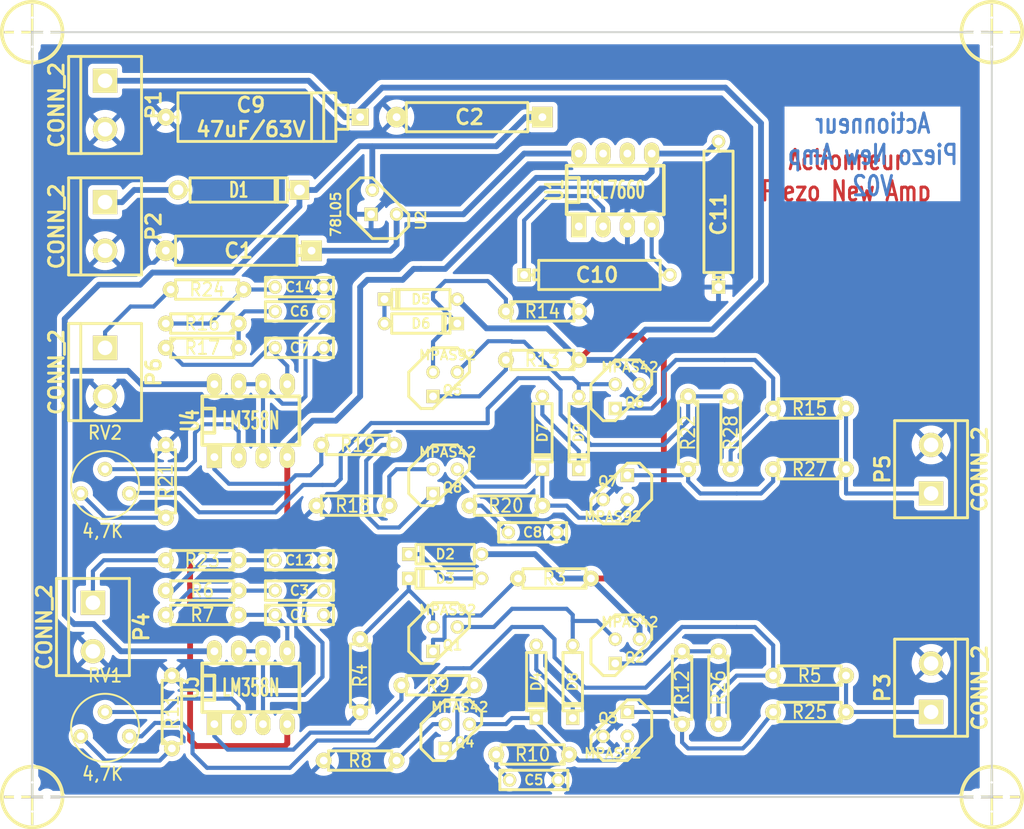
<source format=kicad_pcb>
(kicad_pcb (version 20221018) (generator pcbnew)
  (title_block (title "Actionneur_piezo"))
  (layers (0 "F.Cu" power "Composant") (31 "B.Cu" signal "Cuivre") (34 "B.Paste" user) (35 "F.Paste" user) (36 "B.SilkS" user "B.Silkscreen") (37 "F.SilkS" user "F.Silkscreen") (38 "B.Mask" user) (39 "F.Mask" user) (44 "Edge.Cuts" user))
  (net 0 "")
  (net 1 "+12V")
  (net 2 "-VAA")
  (net 3 "/12Vext")
  (net 4 "/ampli_h1")
  (net 5 "/ampli_h2")
  (net 6 "/ampli_h3")
  (net 7 "/ampli_h4")
  (net 8 "/ampli_h5")
  (net 9 "/ampli_h6")
  (net 10 "/ampli_h7")
  (net 11 "/ampli_h8")
  (net 12 "GND")
  (net 13 "HT")
  (net 14 "N-000005")
  (net 15 "N-000010")
  (net 16 "N-000011")
  (net 17 "N-000012")
  (net 18 "N-000013")
  (net 19 "N-000014")
  (net 20 "N-000015")
  (net 21 "N-000016")
  (net 22 "N-000017")
  (net 23 "N-000018")
  (net 24 "N-000019")
  (net 25 "N-000020")
  (net 26 "N-000021")
  (net 27 "N-000022")
  (net 28 "N-000023")
  (net 29 "N-000024")
  (net 30 "N-000025")
  (net 31 "N-000026")
  (net 32 "N-000027")
  (net 33 "N-000032")
  (net 34 "N-000033")
  (net 35 "N-000034")
  (net 36 "N-000035")
  (net 37 "N-000036")
  (net 38 "N-000037")
  (net 39 "N-000038")
  (net 40 "N-000039")
  (net 41 "N-000040")
  (net 42 "N-000041")
  (net 43 "N-000042")
  (net 44 "N-000043")
  (net 45 "N-000044")
  (net 46 "N-000045")
  (net 47 "N-000046")
  (net 48 "N-000047")
  (net 49 "N-000048")
  (net 50 "VCC")
  (footprint "bornier2" (layer "F.Cu") (at 95.885 59.436 -90)
    (fp_text reference "P1")
    (fp_text value "CONN_2")
  )
  (footprint "bornier2" (layer "F.Cu") (at 182.245 120.396 90)
    (fp_text reference "P3")
    (fp_text value "CONN_2")
  )
  (footprint "C2" (layer "F.Cu") (at 140.589 104.14)
    (fp_text reference "C8")
    (fp_text value "820pF" hide)
  )
  (footprint "C2" (layer "F.Cu") (at 116.205 112.776)
    (fp_text reference "C4")
    (fp_text value "4,7nF" hide)
  )
  (footprint "CP6" (layer "F.Cu") (at 133.985 60.706 180)
    (fp_text reference "C2")
    (fp_text value "47uF/20V" hide)
  )
  (footprint "CP8" (layer "F.Cu") (at 112.395 60.706 180)
    (fp_text reference "C9")
    (fp_text value "47uF/63V")
  )
  (footprint "C2" (layer "F.Cu") (at 140.716 130.048)
    (fp_text reference "C5")
    (fp_text value "820pF" hide)
  )
  (footprint "C2" (layer "F.Cu") (at 116.205 110.236 180)
    (fp_text reference "C3")
    (fp_text value "15nF" hide)
  )
  (footprint "C2" (layer "F.Cu") (at 116.205 81.026 180)
    (fp_text reference "C6")
    (fp_text value "15nF" hide)
  )
  (footprint "CP6" (layer "F.Cu") (at 109.855 74.676 180)
    (fp_text reference "C1")
    (fp_text value "47uF" hide)
  )
  (footprint "C2" (layer "F.Cu") (at 116.205 84.836)
    (fp_text reference "C7")
    (fp_text value "4,7nF" hide)
  )
  (footprint "D3" (layer "F.Cu") (at 128.905 82.296)
    (fp_text reference "D6")
    (fp_text value "1N4148" hide)
  )
  (footprint "D3" (layer "F.Cu") (at 140.97 119.761 -90)
    (fp_text reference "D4")
    (fp_text value "1N4148" hide)
  )
  (footprint "D3" (layer "F.Cu") (at 131.445 108.966 180)
    (fp_text reference "D3")
    (fp_text value "1N4148" hide)
  )
  (footprint "D3" (layer "F.Cu") (at 131.445 106.426 180)
    (fp_text reference "D2")
    (fp_text value "1N4148" hide)
  )
  (footprint "D5" (layer "F.Cu") (at 109.855 68.326)
    (fp_text reference "D1")
    (fp_text value "1N4007" hide)
  )
  (footprint "D3" (layer "F.Cu") (at 141.605 93.726 -90)
    (fp_text reference "D7")
    (fp_text value "1N4148" hide)
  )
  (footprint "D3" (layer "F.Cu") (at 128.905 79.756 180)
    (fp_text reference "D5")
    (fp_text value "1N4148" hide)
  )
  (footprint "LM78LXX" (layer "F.Cu") (at 125.095 69.596 90)
    (fp_text reference "U2")
    (fp_text value "78L05")
  )
  (footprint "R3-LARGE_PADS" (layer "F.Cu") (at 156.21 120.396 -90)
    (fp_text reference "R12")
    (fp_text value "220K" hide)
  )
  (footprint "R3-LARGE_PADS" (layer "F.Cu") (at 106.045 84.836)
    (fp_text reference "R17")
    (fp_text value "22K" hide)
  )
  (footprint "R3-LARGE_PADS" (layer "F.Cu") (at 142.875 108.966 180)
    (fp_text reference "R3")
    (fp_text value "470" hide)
  )
  (footprint "R3-LARGE_PADS" (layer "F.Cu") (at 121.793 101.346 180)
    (fp_text reference "R18")
    (fp_text value "1K" hide)
  )
  (footprint "R3-LARGE_PADS" (layer "F.Cu") (at 169.545 119.126 180)
    (fp_text reference "R5")
    (fp_text value "47" hide)
  )
  (footprint "R3-LARGE_PADS" (layer "F.Cu") (at 122.555 128.016 180)
    (fp_text reference "R8")
    (fp_text value "1K" hide)
  )
  (footprint "R3-LARGE_PADS" (layer "F.Cu") (at 141.605 86.106 180)
    (fp_text reference "R13")
    (fp_text value "470" hide)
  )
  (footprint "R3-LARGE_PADS" (layer "F.Cu") (at 156.845 93.726 -90)
    (fp_text reference "R22")
    (fp_text value "220K" hide)
  )
  (footprint "R3-LARGE_PADS" (layer "F.Cu") (at 102.87 122.936 90)
    (fp_text reference "R11")
    (fp_text value "4,7K" hide)
  )
  (footprint "R3-LARGE_PADS" (layer "F.Cu") (at 106.045 110.236 180)
    (fp_text reference "R6")
    (fp_text value "22K" hide)
  )
  (footprint "R3-LARGE_PADS" (layer "F.Cu") (at 102.235 98.806 90)
    (fp_text reference "R21")
    (fp_text value "4,7K" hide)
  )
  (footprint "R3-LARGE_PADS" (layer "F.Cu") (at 106.045 82.296 180)
    (fp_text reference "R16")
    (fp_text value "22K" hide)
  )
  (footprint "R3-LARGE_PADS" (layer "F.Cu") (at 122.301 94.996 180)
    (fp_text reference "R19")
    (fp_text value "1K" hide)
  )
  (footprint "R3-LARGE_PADS" (layer "F.Cu") (at 140.589 127.381 180)
    (fp_text reference "R10")
    (fp_text value "5,6K" hide)
  )
  (footprint "R3-LARGE_PADS" (layer "F.Cu") (at 137.795 101.346 180)
    (fp_text reference "R20")
    (fp_text value "5,6K" hide)
  )
  (footprint "R3-LARGE_PADS" (layer "F.Cu") (at 122.555 119.126 -90)
    (fp_text reference "R4")
    (fp_text value "220K" hide)
  )
  (footprint "R3-LARGE_PADS" (layer "F.Cu") (at 106.045 112.776 180)
    (fp_text reference "R7")
    (fp_text value "22K" hide)
  )
  (footprint "TO92-CBE" (layer "F.Cu") (at 149.225 124.206 180)
    (fp_text reference "Q3")
    (fp_text value "MPAS92")
  )
  (footprint "TO92-CBE" (layer "F.Cu") (at 131.445 88.646)
    (fp_text reference "Q5")
    (fp_text value "MPAS92")
  )
  (footprint "TO92-CBE" (layer "F.Cu") (at 149.225 99.441 180)
    (fp_text reference "Q7")
    (fp_text value "MPAS92")
  )
  (footprint "TO92-CBE" (layer "F.Cu") (at 150.495 89.916)
    (fp_text reference "Q6")
    (fp_text value "MPAS42")
  )
  (footprint "TO92-CBE" (layer "F.Cu") (at 131.445 115.316)
    (fp_text reference "Q1")
    (fp_text value "MPAS92")
  )
  (footprint "TO92-CBE" (layer "F.Cu") (at 150.495 116.586)
    (fp_text reference "Q2")
    (fp_text value "MPAS42")
  )
  (footprint "TO92-CBE" (layer "F.Cu") (at 132.715 125.476)
    (fp_text reference "Q4")
    (fp_text value "MPAS42")
  )
  (footprint "TO92-CBE" (layer "F.Cu") (at 131.445 98.806)
    (fp_text reference "Q8")
    (fp_text value "MPAS42")
  )
  (footprint "bornier2" (layer "F.Cu") (at 95.885 72.136 -90)
    (fp_text reference "P2")
    (fp_text value "CONN_2")
  )
  (footprint "DIP-8__300_ELL" (layer "F.Cu") (at 149.225 68.326)
    (fp_text reference "U1")
    (fp_text value "ICL7660")
  )
  (footprint "DIP-8__300_ELL" (layer "F.Cu") (at 111.125 92.456)
    (fp_text reference "U4")
    (fp_text value "LM358N")
  )
  (footprint "bornier2" (layer "F.Cu") (at 94.615 114.046 -90)
    (fp_text reference "P4")
    (fp_text value "CONN_2")
  )
  (footprint "bornier2" (layer "F.Cu") (at 182.245 97.536 90)
    (fp_text reference "P5")
    (fp_text value "CONN_2")
  )
  (footprint "bornier2" (layer "F.Cu") (at 95.885 87.376 -90)
    (fp_text reference "P6")
    (fp_text value "CONN_2")
  )
  (footprint "DIP-8__300_ELL" (layer "F.Cu") (at 111.125 120.396)
    (fp_text reference "U3")
    (fp_text value "LM358N")
  )
  (footprint "R3-LARGE_PADS" (layer "F.Cu") (at 130.683 120.142 180)
    (fp_text reference "R9")
    (fp_text value "1K" hide)
  )
  (footprint "R3-LARGE_PADS" (layer "F.Cu") (at 169.545 91.186 180)
    (fp_text reference "R15")
    (fp_text value "47" hide)
  )
  (footprint "RV2" (layer "F.Cu") (at 95.885 124.206)
    (fp_text reference "RV1")
    (fp_text value "4,7K")
  )
  (footprint "RV2" (layer "F.Cu") (at 95.885 98.806)
    (fp_text reference "RV2")
    (fp_text value "4,7K")
  )
  (footprint "MIRE" (layer "F.Cu") (at 188.595 51.816)
    (fp_text reference "MIRE" hide)
    (fp_text value "*" hide)
  )
  (footprint "MIRE" (layer "F.Cu") (at 88.265 51.816)
    (fp_text reference "MIRE" hide)
    (fp_text value "*" hide)
  )
  (footprint "MIRE" (layer "F.Cu") (at 88.265 131.826)
    (fp_text reference "MIRE" hide)
    (fp_text value "*" hide)
  )
  (footprint "MIRE" (layer "F.Cu") (at 188.595 131.826)
    (fp_text reference "MIRE" hide)
    (fp_text value "*" hide)
  )
  (footprint "CP6" (layer "F.Cu") (at 147.32 77.216)
    (fp_text reference "C10")
    (fp_text value "10uF" hide)
  )
  (footprint "CP6" (layer "F.Cu") (at 160.02 70.866 90)
    (fp_text reference "C11")
    (fp_text value "10uF" hide)
  )
  (footprint "R3-LARGE_PADS" (layer "F.Cu") (at 141.605 81.026)
    (fp_text reference "R14")
    (fp_text value "220K" hide)
  )
  (footprint "C2" (layer "F.Cu") (at 116.205 78.486)
    (fp_text reference "C14")
    (fp_text value "150nF" hide)
  )
  (footprint "C2" (layer "F.Cu") (at 116.205 107.061)
    (fp_text reference "C12")
    (fp_text value "150nF" hide)
  )
  (footprint "R3-LARGE_PADS" (layer "F.Cu") (at 106.045 107.061 180)
    (fp_text reference "R23")
    (fp_text value "1K" hide)
  )
  (footprint "R3-LARGE_PADS" (layer "F.Cu") (at 106.553 78.74 180)
    (fp_text reference "R24")
    (fp_text value "1K" hide)
  )
  (footprint "D3" (layer "F.Cu") (at 145.415 93.726 -90)
    (fp_text reference "D9")
    (fp_text value "1N4148" hide)
  )
  (footprint "D3" (layer "F.Cu") (at 144.78 119.761 -90)
    (fp_text reference "D8")
    (fp_text value "1N4148" hide)
  )
  (footprint "R3-LARGE_PADS" (layer "F.Cu") (at 169.545 122.936 180)
    (fp_text reference "R25")
    (fp_text value "47" hide)
  )
  (footprint "R3-LARGE_PADS" (layer "F.Cu") (at 160.02 120.396 -90)
    (fp_text reference "R26")
    (fp_text value "220K" hide)
  )
  (footprint "R3-LARGE_PADS" (layer "F.Cu") (at 169.545 97.536 180)
    (fp_text reference "R27")
    (fp_text value "47" hide)
  )
  (footprint "R3-LARGE_PADS" (layer "F.Cu") (at 161.29 93.726 -90)
    (fp_text reference "R28")
    (fp_text value "220K" hide)
  )
  (gr_line (start 188.595 51.816) (end 188.595 131.826) (stroke (width 0.2032)) (layer "Edge.Cuts"))
  (gr_line (start 88.265 131.826) (end 88.265 51.816) (stroke (width 0.2032)) (layer "Edge.Cuts"))
  (gr_line (start 188.595 131.826) (end 88.265 131.826) (stroke (width 0.2032)) (layer "Edge.Cuts"))
  (gr_line (start 88.265 51.816) (end 188.595 51.816) (stroke (width 0.2032)) (layer "Edge.Cuts"))
  (gr_text "Actionneur\nPiezo New Amp\nV02" (at 173.355 68.453) (layer "F.Cu") (effects (font (size 2.032 1.524) (thickness 0.3048))))
  (gr_text "Actionneur\nPiezo New Amp\nV02" (at 176.149 64.643) (layer "B.Cu") (effects (font (size 2.032 1.524) (thickness 0.3048)) (justify mirror)))
  (segment (start 117.91442 68.326) (end 122.4915 63.74892) (width 0.6096) (layer "B.Cu") (net 1))
  (segment (start 141.605 60.706) (end 139.83208 60.706) (width 0.6096) (layer "B.Cu") (net 1))
  (segment (start 122.4915 63.74892) (end 123.825 63.74892) (width 0.6096) (layer "B.Cu") (net 1))
  (segment (start 116.205 70.03542) (end 109.27842 76.962) (width 0.6096) (layer "B.Cu") (net 1))
  (segment (start 107.315 116.586) (end 97.54108 116.586) (width 0.6096) (layer "B.Cu") (net 1))
  (segment (start 123.825 63.74892) (end 136.78916 63.74892) (width 0.6096) (layer "B.Cu") (net 1))
  (segment (start 94.68866 113.73358) (end 92.64904 113.73358) (width 0.6096) (layer "B.Cu") (net 1))
  (segment (start 95.25 78.232) (end 99.568 78.232) (width 0.6096) (layer "B.Cu") (net 1))
  (segment (start 92.64904 113.73358) (end 91.6686 112.75314) (width 0.6096) (layer "B.Cu") (net 1))
  (segment (start 99.568 78.232) (end 100.838 76.962) (width 0.6096) (layer "B.Cu") (net 1))
  (segment (start 99.695 88.646) (end 107.315 88.646) (width 0.6096) (layer "B.Cu") (net 1))
  (segment (start 91.6686 87.249) (end 91.6686 85.4837) (width 0.6096) (layer "B.Cu") (net 1))
  (segment (start 91.6686 112.75314) (end 91.6686 87.249) (width 0.6096) (layer "B.Cu") (net 1))
  (segment (start 100.838 76.962) (end 109.27842 76.962) (width 0.6096) (layer "B.Cu") (net 1))
  (segment (start 91.6686 87.249) (end 98.298 87.249) (width 0.6096) (layer "B.Cu") (net 1))
  (segment (start 123.825 68.326) (end 123.825 63.74892) (width 0.6096) (layer "B.Cu") (net 1))
  (segment (start 91.6686 81.8134) (end 95.25 78.232) (width 0.6096) (layer "B.Cu") (net 1))
  (segment (start 91.6686 85.4837) (end 91.6686 81.8134) (width 0.6096) (layer "B.Cu") (net 1))
  (segment (start 98.298 87.249) (end 99.695 88.646) (width 0.6096) (layer "B.Cu") (net 1))
  (segment (start 136.78916 63.74892) (end 139.83208 60.706) (width 0.6096) (layer "B.Cu") (net 1))
  (segment (start 116.205 68.326) (end 116.205 70.03542) (width 0.6096) (layer "B.Cu") (net 1))
  (segment (start 97.54108 116.586) (end 94.68866 113.73358) (width 0.6096) (layer "B.Cu") (net 1))
  (segment (start 116.205 68.326) (end 117.91442 68.326) (width 0.6096) (layer "B.Cu") (net 1))
  (segment (start 104.775 106.807) (end 104.775 109.601) (width 0.6096) (layer "F.Cu") (net 2))
  (segment (start 112.776 104.521) (end 107.061 104.521) (width 0.6096) (layer "F.Cu") (net 2))
  (segment (start 114.935 102.108) (end 114.935 102.362) (width 0.6096) (layer "F.Cu") (net 2))
  (segment (start 113.411 126.492) (end 105.41 126.492) (width 0.6096) (layer "F.Cu") (net 2))
  (segment (start 114.935 102.362) (end 112.776 104.521) (width 0.6096) (layer "F.Cu") (net 2))
  (segment (start 104.775 109.601) (end 104.775 125.857) (width 0.6096) (layer "F.Cu") (net 2))
  (segment (start 114.681 126.492) (end 114.935 126.238) (width 0.6096) (layer "F.Cu") (net 2))
  (segment (start 113.411 126.492) (end 114.681 126.492) (width 0.6096) (layer "F.Cu") (net 2))
  (segment (start 105.41 126.492) (end 104.775 125.857) (width 0.6096) (layer "F.Cu") (net 2))
  (segment (start 114.935 96.266) (end 114.935 102.108) (width 0.6096) (layer "F.Cu") (net 2))
  (segment (start 107.061 104.521) (end 104.775 106.807) (width 0.6096) (layer "F.Cu") (net 2))
  (segment (start 114.935 126.238) (end 114.935 124.206) (width 0.6096) (layer "F.Cu") (net 2))
  (segment (start 117.602 92.456) (end 120.015 92.456) (width 0.6096) (layer "B.Cu") (net 2))
  (segment (start 128.143 76.581) (end 127 77.724) (width 0.6096) (layer "B.Cu") (net 2))
  (segment (start 122.555 89.916) (end 122.555 78.486) (width 0.6096) (layer "B.Cu") (net 2))
  (segment (start 114.935 95.123) (end 117.602 92.456) (width 0.6096) (layer "B.Cu") (net 2))
  (segment (start 158.75 64.516) (end 160.02 63.246) (width 0.6096) (layer "B.Cu") (net 2))
  (segment (start 140.97 67.056) (end 152.4 67.056) (width 0.6096) (layer "B.Cu") (net 2))
  (segment (start 120.015 92.456) (end 122.555 89.916) (width 0.6096) (layer "B.Cu") (net 2))
  (segment (start 131.445 76.581) (end 140.97 67.056) (width 0.6096) (layer "B.Cu") (net 2))
  (segment (start 128.905 76.581) (end 131.445 76.581) (width 0.6096) (layer "B.Cu") (net 2))
  (segment (start 153.035 64.516) (end 158.75 64.516) (width 0.6096) (layer "B.Cu") (net 2))
  (segment (start 114.935 96.266) (end 114.935 95.123) (width 0.6096) (layer "B.Cu") (net 2))
  (segment (start 153.035 66.421) (end 153.035 64.516) (width 0.6096) (layer "B.Cu") (net 2))
  (segment (start 128.905 76.581) (end 128.143 76.581) (width 0.6096) (layer "B.Cu") (net 2))
  (segment (start 123.317 77.724) (end 122.555 78.486) (width 0.6096) (layer "B.Cu") (net 2))
  (segment (start 152.4 67.056) (end 153.035 66.421) (width 0.6096) (layer "B.Cu") (net 2))
  (segment (start 127 77.724) (end 123.317 77.724) (width 0.6096) (layer "B.Cu") (net 2))
  (segment (start 95.885 69.596) (end 97.65792 69.596) (width 0.6096) (layer "B.Cu") (net 3))
  (segment (start 103.505 68.326) (end 98.92792 68.326) (width 0.6096) (layer "B.Cu") (net 3))
  (segment (start 98.92792 68.326) (end 97.65792 69.596) (width 0.6096) (layer "B.Cu") (net 3))
  (segment (start 112.395 121.158) (end 112.395 116.586) (width 0.4318) (layer "B.Cu") (net 4))
  (segment (start 116.713 113.792) (end 118.618 115.697) (width 0.4318) (layer "B.Cu") (net 4))
  (segment (start 118.618 119.253) (end 116.713 121.158) (width 0.4318) (layer "B.Cu") (net 4))
  (segment (start 117.983 110.236) (end 116.713 111.506) (width 0.4318) (layer "B.Cu") (net 4))
  (segment (start 112.395 116.586) (end 109.855 116.586) (width 0.4318) (layer "B.Cu") (net 4))
  (segment (start 116.713 121.158) (end 112.395 121.158) (width 0.4318) (layer "B.Cu") (net 4))
  (segment (start 118.745 110.236) (end 117.983 110.236) (width 0.4318) (layer "B.Cu") (net 4))
  (segment (start 116.713 112.522) (end 116.713 113.792) (width 0.4318) (layer "B.Cu") (net 4))
  (segment (start 118.618 115.697) (end 118.618 119.253) (width 0.4318) (layer "B.Cu") (net 4))
  (segment (start 116.713 111.506) (end 116.713 112.522) (width 0.4318) (layer "B.Cu") (net 4))
  (segment (start 112.395 124.206) (end 112.395 121.158) (width 0.4318) (layer "B.Cu") (net 4))
  (segment (start 116.84 89.916) (end 116.078 90.678) (width 0.4318) (layer "B.Cu") (net 5))
  (segment (start 118.745 81.661) (end 116.84 83.566) (width 0.4318) (layer "B.Cu") (net 5))
  (segment (start 116.84 83.566) (end 116.84 89.916) (width 0.4318) (layer "B.Cu") (net 5))
  (segment (start 114.427 90.678) (end 112.395 88.646) (width 0.4318) (layer "B.Cu") (net 5))
  (segment (start 109.855 88.646) (end 112.395 88.646) (width 0.4318) (layer "B.Cu") (net 5))
  (segment (start 116.078 90.678) (end 114.427 90.678) (width 0.4318) (layer "B.Cu") (net 5))
  (segment (start 112.395 88.646) (end 112.395 96.266) (width 0.4318) (layer "B.Cu") (net 5))
  (segment (start 118.745 81.026) (end 118.745 81.661) (width 0.4318) (layer "B.Cu") (net 5))
  (segment (start 173.355 122.936) (end 173.355 119.126) (width 0.4318) (layer "B.Cu") (net 6))
  (segment (start 173.355 122.936) (end 182.245 122.936) (width 0.4318) (layer "B.Cu") (net 6))
  (segment (start 94.615 108.204) (end 95.758 107.061) (width 0.4318) (layer "B.Cu") (net 7))
  (segment (start 95.758 107.061) (end 102.235 107.061) (width 0.4318) (layer "B.Cu") (net 7))
  (segment (start 94.615 111.506) (end 94.615 108.204) (width 0.4318) (layer "B.Cu") (net 7))
  (segment (start 173.355 97.536) (end 173.355 100.076) (width 0.4318) (layer "B.Cu") (net 8))
  (segment (start 173.355 97.536) (end 173.355 91.186) (width 0.4318) (layer "B.Cu") (net 8))
  (segment (start 173.355 100.076) (end 182.245 100.076) (width 0.4318) (layer "B.Cu") (net 8))
  (segment (start 100.965 80.518) (end 102.743 78.74) (width 0.4318) (layer "B.Cu") (net 9))
  (segment (start 95.885 84.836) (end 95.885 83.185) (width 0.4318) (layer "B.Cu") (net 9))
  (segment (start 98.552 80.518) (end 100.965 80.518) (width 0.4318) (layer "B.Cu") (net 9))
  (segment (start 95.885 83.185) (end 98.552 80.518) (width 0.4318) (layer "B.Cu") (net 9))
  (segment (start 118.0465 125.9205) (end 117.221 126.746) (width 0.4318) (layer "B.Cu") (net 10))
  (segment (start 124.0155 125.9205) (end 118.0465 125.9205) (width 0.4318) (layer "B.Cu") (net 10))
  (segment (start 131.572 118.364) (end 133.35 118.364) (width 0.4318) (layer "B.Cu") (net 10))
  (segment (start 133.35 118.364) (end 134.112 118.364) (width 0.4318) (layer "B.Cu") (net 10))
  (segment (start 134.112 118.364) (end 138.43 114.046) (width 0.4318) (layer "B.Cu") (net 10))
  (segment (start 105.029 125.222) (end 105.029 127.254) (width 0.4318) (layer "B.Cu") (net 10))
  (segment (start 124.0155 125.9205) (end 131.572 118.364) (width 0.4318) (layer "B.Cu") (net 10))
  (segment (start 142.875 115.316) (end 142.875 117.221) (width 0.4318) (layer "B.Cu") (net 10))
  (segment (start 101.092 124.079) (end 103.886 124.079) (width 0.4318) (layer "B.Cu") (net 10))
  (segment (start 106.553 128.778) (end 105.029 127.254) (width 0.4318) (layer "B.Cu") (net 10))
  (segment (start 98.425 125.476) (end 99.695 125.476) (width 0.4318) (layer "B.Cu") (net 10))
  (segment (start 117.221 126.746) (end 115.189 128.778) (width 0.4318) (layer "B.Cu") (net 10))
  (segment (start 160.02 116.586) (end 156.21 116.586) (width 0.4318) (layer "B.Cu") (net 10))
  (segment (start 99.695 125.476) (end 101.092 124.079) (width 0.4318) (layer "B.Cu") (net 10))
  (segment (start 152.4 120.396) (end 146.05 120.396) (width 0.4318) (layer "B.Cu") (net 10))
  (segment (start 141.605 114.046) (end 142.875 115.316) (width 0.4318) (layer "B.Cu") (net 10))
  (segment (start 115.189 128.778) (end 106.553 128.778) (width 0.4318) (layer "B.Cu") (net 10))
  (segment (start 142.875 117.221) (end 146.05 120.396) (width 0.4318) (layer "B.Cu") (net 10))
  (segment (start 138.43 114.046) (end 141.605 114.046) (width 0.4318) (layer "B.Cu") (net 10))
  (segment (start 103.886 124.079) (end 105.029 125.222) (width 0.4318) (layer "B.Cu") (net 10))
  (segment (start 152.4 120.396) (end 156.21 116.586) (width 0.4318) (layer "B.Cu") (net 10))
  (segment (start 123.698 92.71) (end 120.523 95.885) (width 0.4318) (layer "B.Cu") (net 11))
  (segment (start 118.618 99.187) (end 116.586 99.187) (width 0.4318) (layer "B.Cu") (net 11))
  (segment (start 119.888 99.187) (end 120.523 98.552) (width 0.4318) (layer "B.Cu") (net 11))
  (segment (start 156.845 89.916) (end 161.29 89.916) (width 0.4318) (layer "B.Cu") (net 11))
  (segment (start 116.586 99.187) (end 116.078 99.695) (width 0.4318) (layer "B.Cu") (net 11))
  (segment (start 105.7275 102.0445) (end 113.7285 102.0445) (width 0.4318) (layer "B.Cu") (net 11))
  (segment (start 156.845 89.916) (end 156.845 92.456) (width 0.4318) (layer "B.Cu") (net 11))
  (segment (start 120.523 95.885) (end 120.523 98.552) (width 0.4318) (layer "B.Cu") (net 11))
  (segment (start 118.618 99.187) (end 119.888 99.187) (width 0.4318) (layer "B.Cu") (net 11))
  (segment (start 142.24 88.011) (end 143.51 89.281) (width 0.4318) (layer "B.Cu") (net 11))
  (segment (start 135.89 91.186) (end 139.065 88.011) (width 0.4318) (layer "B.Cu") (net 11))
  (segment (start 135.89 92.71) (end 123.698 92.71) (width 0.4318) (layer "B.Cu") (net 11))
  (segment (start 105.7275 102.0445) (end 103.69804 100.01504) (width 0.4318) (layer "B.Cu") (net 11))
  (segment (start 139.065 88.011) (end 142.24 88.011) (width 0.4318) (layer "B.Cu") (net 11))
  (segment (start 143.51 91.821) (end 146.685 94.996) (width 0.4318) (layer "B.Cu") (net 11))
  (segment (start 156.845 92.456) (end 154.305 94.996) (width 0.4318) (layer "B.Cu") (net 11))
  (segment (start 143.51 89.281) (end 143.51 91.821) (width 0.4318) (layer "B.Cu") (net 11))
  (segment (start 154.305 94.996) (end 146.685 94.996) (width 0.4318) (layer "B.Cu") (net 11))
  (segment (start 113.7285 102.0445) (end 116.078 99.695) (width 0.4318) (layer "B.Cu") (net 11))
  (segment (start 98.48596 100.01504) (end 103.69804 100.01504) (width 0.4318) (layer "B.Cu") (net 11))
  (segment (start 98.425 100.076) (end 98.48596 100.01504) (width 0.4318) (layer "B.Cu") (net 11))
  (segment (start 135.89 92.71) (end 135.89 91.186) (width 0.4318) (layer "B.Cu") (net 11))
  (segment (start 150.495 70.231) (end 151.765 68.961) (width 0.6096) (layer "B.Cu") (net 12))
  (segment (start 123.698 70.866) (end 123.825 70.866) (width 0.6096) (layer "B.Cu") (net 12))
  (segment (start 156.21 68.961) (end 160.02 72.771) (width 0.6096) (layer "B.Cu") (net 12))
  (segment (start 151.765 68.961) (end 156.21 68.961) (width 0.6096) (layer "B.Cu") (net 12))
  (segment (start 150.495 72.136) (end 150.495 70.231) (width 0.6096) (layer "B.Cu") (net 12))
  (segment (start 160.02 72.771) (end 160.02 78.486) (width 0.6096) (layer "B.Cu") (net 12))
  (segment (start 123.825 70.866) (end 125.73 68.961) (width 0.6096) (layer "B.Cu") (net 12))
  (segment (start 145.415 86.106) (end 147.955 83.566) (width 0.6096) (layer "F.Cu") (net 13))
  (segment (start 151.765 108.966) (end 146.685 108.966) (width 0.6096) (layer "F.Cu") (net 13))
  (segment (start 154.305 86.106) (end 154.305 106.426) (width 0.6096) (layer "F.Cu") (net 13))
  (segment (start 147.955 83.566) (end 151.765 83.566) (width 0.6096) (layer "F.Cu") (net 13))
  (segment (start 151.765 83.566) (end 154.305 86.106) (width 0.6096) (layer "F.Cu") (net 13))
  (segment (start 154.305 106.426) (end 151.765 108.966) (width 0.6096) (layer "F.Cu") (net 13))
  (segment (start 121.76506 60.706) (end 120.97258 60.706) (width 0.6096) (layer "B.Cu") (net 13))
  (segment (start 151.765 114.04854) (end 150.93696 113.21542) (width 0.6096) (layer "B.Cu") (net 13))
  (segment (start 135.255 106.426) (end 140.716 106.426) (width 0.6096) (layer "B.Cu") (net 13))
  (segment (start 142.11046 82.80146) (end 145.415 86.106) (width 0.6096) (layer "B.Cu") (net 13))
  (segment (start 135.76046 82.80146) (end 142.11046 82.80146) (width 0.6096) (layer "B.Cu") (net 13))
  (segment (start 164.465 61.341) (end 164.465 77.851) (width 0.6096) (layer "B.Cu") (net 13))
  (segment (start 152.4 82.931) (end 149.225 86.106) (width 0.6096) (layer "B.Cu") (net 13))
  (segment (start 149.225 86.106) (end 145.415 86.106) (width 0.6096) (layer "B.Cu") (net 13))
  (segment (start 143.383 108.966) (end 146.685 108.966) (width 0.6096) (layer "B.Cu") (net 13))
  (segment (start 120.97258 60.706) (end 117.16258 56.896) (width 0.6096) (layer "B.Cu") (net 13))
  (segment (start 164.465 77.851) (end 159.385 82.931) (width 0.6096) (layer "B.Cu") (net 13))
  (segment (start 159.385 82.931) (end 152.4 82.931) (width 0.6096) (layer "B.Cu") (net 13))
  (segment (start 121.76506 60.706) (end 124.8537 57.61736) (width 0.6096) (layer "B.Cu") (net 13))
  (segment (start 122.555 60.706) (end 121.76506 60.706) (width 0.6096) (layer "B.Cu") (net 13))
  (segment (start 146.685 108.966) (end 150.93696 113.21542) (width 0.6096) (layer "B.Cu") (net 13))
  (segment (start 124.8537 57.61736) (end 160.74136 57.61736) (width 0.6096) (layer "B.Cu") (net 13))
  (segment (start 151.765 115.316) (end 151.765 114.04854) (width 0.6096) (layer "B.Cu") (net 13))
  (segment (start 140.716 106.426) (end 140.843 106.426) (width 0.6096) (layer "B.Cu") (net 13))
  (segment (start 140.843 106.426) (end 143.383 108.966) (width 0.6096) (layer "B.Cu") (net 13))
  (segment (start 117.16258 56.896) (end 95.885 56.896) (width 0.6096) (layer "B.Cu") (net 13))
  (segment (start 160.74136 57.61736) (end 164.465 61.341) (width 0.6096) (layer "B.Cu") (net 13))
  (segment (start 132.715 79.756) (end 135.76046 82.80146) (width 0.6096) (layer "B.Cu") (net 13))
  (segment (start 151.765 88.646) (end 149.225 86.106) (width 0.6096) (layer "B.Cu") (net 13))
  (segment (start 153.035 75.311) (end 154.94 77.216) (width 0.4318) (layer "B.Cu") (net 14))
  (segment (start 153.035 72.136) (end 153.035 75.311) (width 0.4318) (layer "B.Cu") (net 14))
  (segment (start 139.7 77.216) (end 139.7 71.501) (width 0.4318) (layer "B.Cu") (net 15))
  (segment (start 146.685 68.961) (end 147.955 70.231) (width 0.4318) (layer "B.Cu") (net 15))
  (segment (start 139.7 71.501) (end 142.24 68.961) (width 0.4318) (layer "B.Cu") (net 15))
  (segment (start 142.24 68.961) (end 146.685 68.961) (width 0.4318) (layer "B.Cu") (net 15))
  (segment (start 147.955 70.231) (end 147.955 72.136) (width 0.4318) (layer "B.Cu") (net 15))
  (segment (start 132.715 121.539) (end 132.715 125.476) (width 0.4318) (layer "B.Cu") (net 16))
  (segment (start 134.112 120.142) (end 132.715 121.539) (width 0.4318) (layer "B.Cu") (net 16))
  (segment (start 132.715 125.476) (end 131.445 126.746) (width 0.4318) (layer "B.Cu") (net 16))
  (segment (start 134.493 120.142) (end 134.112 120.142) (width 0.4318) (layer "B.Cu") (net 16))
  (segment (start 135.255 108.966) (end 131.37642 108.966) (width 0.4318) (layer "B.Cu") (net 17))
  (segment (start 131.37642 108.966) (end 128.83642 106.426) (width 0.4318) (layer "B.Cu") (net 17))
  (segment (start 127.635 106.426) (end 128.83642 106.426) (width 0.4318) (layer "B.Cu") (net 17))
  (segment (start 102.235 112.776) (end 104.775 110.236) (width 0.4318) (layer "B.Cu") (net 18))
  (segment (start 113.665 110.236) (end 109.855 110.236) (width 0.4318) (layer "B.Cu") (net 18))
  (segment (start 104.775 110.236) (end 109.855 110.236) (width 0.4318) (layer "B.Cu") (net 18))
  (segment (start 102.997 110.236) (end 106.172 107.061) (width 0.4318) (layer "B.Cu") (net 19))
  (segment (start 106.172 107.061) (end 109.855 107.061) (width 0.4318) (layer "B.Cu") (net 19))
  (segment (start 109.855 107.061) (end 113.665 107.061) (width 0.4318) (layer "B.Cu") (net 19))
  (segment (start 102.235 110.236) (end 102.997 110.236) (width 0.4318) (layer "B.Cu") (net 19))
  (segment (start 136.779 127.381) (end 136.779 128.651) (width 0.4318) (layer "B.Cu") (net 20))
  (segment (start 136.779 128.651) (end 138.176 130.048) (width 0.4318) (layer "B.Cu") (net 20))
  (segment (start 160.02 121.031) (end 161.925 119.126) (width 0.4318) (layer "B.Cu") (net 21))
  (segment (start 165.735 115.951) (end 163.83 114.046) (width 0.4318) (layer "B.Cu") (net 21))
  (segment (start 163.83 114.046) (end 161.925 114.046) (width 0.4318) (layer "B.Cu") (net 21))
  (segment (start 161.925 119.126) (end 165.735 119.126) (width 0.4318) (layer "B.Cu") (net 21))
  (segment (start 156.21 114.046) (end 152.4 117.856) (width 0.4318) (layer "B.Cu") (net 21))
  (segment (start 152.4 117.856) (end 149.225 117.856) (width 0.4318) (layer "B.Cu") (net 21))
  (segment (start 165.735 119.126) (end 165.735 115.951) (width 0.4318) (layer "B.Cu") (net 21))
  (segment (start 160.02 124.206) (end 160.02 121.031) (width 0.4318) (layer "B.Cu") (net 21))
  (segment (start 161.925 114.046) (end 156.21 114.046) (width 0.4318) (layer "B.Cu") (net 21))
  (segment (start 154.94 122.936) (end 156.21 124.206) (width 0.4318) (layer "B.Cu") (net 22))
  (segment (start 156.845 126.746) (end 162.56 126.746) (width 0.4318) (layer "B.Cu") (net 22))
  (segment (start 150.495 122.936) (end 154.94 122.936) (width 0.4318) (layer "B.Cu") (net 22))
  (segment (start 162.56 126.746) (end 163.195 126.111) (width 0.4318) (layer "B.Cu") (net 22))
  (segment (start 156.21 124.206) (end 156.21 126.111) (width 0.4318) (layer "B.Cu") (net 22))
  (segment (start 156.21 126.111) (end 156.845 126.746) (width 0.4318) (layer "B.Cu") (net 22))
  (segment (start 163.195 126.111) (end 165.735 122.936) (width 0.4318) (layer "B.Cu") (net 22))
  (segment (start 95.885 128.016) (end 101.6 128.016) (width 0.4318) (layer "B.Cu") (net 23))
  (segment (start 102.87 126.746) (end 101.6 128.016) (width 0.4318) (layer "B.Cu") (net 23))
  (segment (start 93.345 125.476) (end 95.885 128.016) (width 0.4318) (layer "B.Cu") (net 23))
  (segment (start 122.555 115.316) (end 122.555 115.24742) (width 0.4318) (layer "B.Cu") (net 24))
  (segment (start 127.635 110.16742) (end 130.175 112.70742) (width 0.4318) (layer "B.Cu") (net 24))
  (segment (start 127.635 108.966) (end 127.635 110.16742) (width 0.4318) (layer "B.Cu") (net 24))
  (segment (start 130.175 112.70742) (end 130.175 114.046) (width 0.4318) (layer "B.Cu") (net 24))
  (segment (start 122.555 115.24742) (end 127.635 110.16742) (width 0.4318) (layer "B.Cu") (net 24))
  (segment (start 130.175 124.206) (end 131.445 124.206) (width 0.4318) (layer "B.Cu") (net 25))
  (segment (start 126.365 128.016) (end 130.175 124.206) (width 0.4318) (layer "B.Cu") (net 25))
  (segment (start 107.315 125.476) (end 107.315 124.206) (width 0.4318) (layer "B.Cu") (net 26))
  (segment (start 126.873 121.666) (end 126.873 120.142) (width 0.4318) (layer "B.Cu") (net 26))
  (segment (start 108.712 126.873) (end 107.315 125.476) (width 0.4318) (layer "B.Cu") (net 26))
  (segment (start 117.348 125.095) (end 123.444 125.095) (width 0.4318) (layer "B.Cu") (net 26))
  (segment (start 115.57 126.873) (end 108.712 126.873) (width 0.4318) (layer "B.Cu") (net 26))
  (segment (start 116.5225 125.9205) (end 117.348 125.095) (width 0.4318) (layer "B.Cu") (net 26))
  (segment (start 123.444 125.095) (end 126.873 121.666) (width 0.4318) (layer "B.Cu") (net 26))
  (segment (start 116.5225 125.9205) (end 115.57 126.873) (width 0.4318) (layer "B.Cu") (net 26))
  (segment (start 109.855 122.301) (end 109.855 124.206) (width 0.4318) (layer "B.Cu") (net 27))
  (segment (start 95.885 122.936) (end 102.108 122.936) (width 0.4318) (layer "B.Cu") (net 27))
  (segment (start 103.505 121.539) (end 109.093 121.539) (width 0.4318) (layer "B.Cu") (net 27))
  (segment (start 102.108 122.936) (end 103.505 121.539) (width 0.4318) (layer "B.Cu") (net 27))
  (segment (start 109.093 121.539) (end 109.855 122.301) (width 0.4318) (layer "B.Cu") (net 27))
  (segment (start 140.97 115.951) (end 140.97 118.491) (width 0.4318) (layer "B.Cu") (net 28))
  (segment (start 144.78 122.301) (end 144.78 123.571) (width 0.4318) (layer "B.Cu") (net 28))
  (segment (start 140.97 118.491) (end 144.78 122.301) (width 0.4318) (layer "B.Cu") (net 28))
  (segment (start 114.935 114.046) (end 114.935 116.586) (width 0.4318) (layer "B.Cu") (net 29))
  (segment (start 109.855 112.776) (end 113.665 112.776) (width 0.4318) (layer "B.Cu") (net 29))
  (segment (start 113.665 112.776) (end 114.935 114.046) (width 0.4318) (layer "B.Cu") (net 29))
  (segment (start 144.78 127.381) (end 145.415 128.016) (width 0.4318) (layer "B.Cu") (net 30))
  (segment (start 133.985 124.206) (end 137.795 124.206) (width 0.4318) (layer "B.Cu") (net 30))
  (segment (start 138.43 123.571) (end 140.97 123.571) (width 0.4318) (layer "B.Cu") (net 30))
  (segment (start 140.97 123.571) (end 140.97 123.952) (width 0.4318) (layer "B.Cu") (net 30))
  (segment (start 149.225 128.016) (end 150.495 126.746) (width 0.4318) (layer "B.Cu") (net 30))
  (segment (start 137.795 124.206) (end 138.43 123.571) (width 0.4318) (layer "B.Cu") (net 30))
  (segment (start 144.399 127.381) (end 144.78 127.381) (width 0.4318) (layer "B.Cu") (net 30))
  (segment (start 150.495 126.746) (end 150.495 125.476) (width 0.4318) (layer "B.Cu") (net 30))
  (segment (start 140.97 123.952) (end 144.399 127.381) (width 0.4318) (layer "B.Cu") (net 30))
  (segment (start 145.415 128.016) (end 149.225 128.016) (width 0.4318) (layer "B.Cu") (net 30))
  (segment (start 144.145 112.141) (end 138.43 112.141) (width 0.4318) (layer "B.Cu") (net 31))
  (segment (start 136.525 114.046) (end 132.715 114.046) (width 0.4318) (layer "B.Cu") (net 31))
  (segment (start 144.78 115.951) (end 144.78 113.411) (width 0.4318) (layer "B.Cu") (net 31))
  (segment (start 144.78 113.411) (end 144.78 112.776) (width 0.4318) (layer "B.Cu") (net 31))
  (segment (start 147.32 113.411) (end 144.78 113.411) (width 0.4318) (layer "B.Cu") (net 31))
  (segment (start 149.225 115.316) (end 147.32 113.411) (width 0.4318) (layer "B.Cu") (net 31))
  (segment (start 144.78 112.776) (end 144.145 112.141) (width 0.4318) (layer "B.Cu") (net 31))
  (segment (start 138.43 112.141) (end 136.525 114.046) (width 0.4318) (layer "B.Cu") (net 31))
  (segment (start 131.2545 115.38458) (end 131.37642 115.26266) (width 0.4318) (layer "B.Cu") (net 32))
  (segment (start 135.18896 112.84204) (end 139.065 108.966) (width 0.4318) (layer "B.Cu") (net 32))
  (segment (start 130.175 115.38458) (end 131.2545 115.38458) (width 0.4318) (layer "B.Cu") (net 32))
  (segment (start 131.37642 115.26266) (end 131.37642 113.03254) (width 0.4318) (layer "B.Cu") (net 32))
  (segment (start 130.175 116.586) (end 130.175 115.38458) (width 0.4318) (layer "B.Cu") (net 32))
  (segment (start 131.56692 112.84204) (end 135.18896 112.84204) (width 0.4318) (layer "B.Cu") (net 32))
  (segment (start 131.37642 113.03254) (end 131.56692 112.84204) (width 0.4318) (layer "B.Cu") (net 32))
  (segment (start 126.111 94.996) (end 124.841 94.996) (width 0.4318) (layer "B.Cu") (net 33))
  (segment (start 126.619 103.632) (end 130.175 100.076) (width 0.4318) (layer "B.Cu") (net 33))
  (segment (start 124.46 103.632) (end 126.619 103.632) (width 0.4318) (layer "B.Cu") (net 33))
  (segment (start 124.841 94.996) (end 123.19 96.647) (width 0.4318) (layer "B.Cu") (net 33))
  (segment (start 123.19 96.647) (end 123.19 102.362) (width 0.4318) (layer "B.Cu") (net 33))
  (segment (start 123.19 102.362) (end 124.46 103.632) (width 0.4318) (layer "B.Cu") (net 33))
  (segment (start 125.095 79.756) (end 125.095 82.296) (width 0.4318) (layer "B.Cu") (net 34))
  (segment (start 109.855 82.296) (end 109.855 81.661) (width 0.4318) (layer "B.Cu") (net 35))
  (segment (start 110.49 81.026) (end 113.665 81.026) (width 0.4318) (layer "B.Cu") (net 35))
  (segment (start 109.855 81.661) (end 110.49 81.026) (width 0.4318) (layer "B.Cu") (net 35))
  (segment (start 109.855 84.836) (end 109.855 82.296) (width 0.4318) (layer "B.Cu") (net 35))
  (segment (start 106.807 82.296) (end 110.363 78.74) (width 0.4318) (layer "B.Cu") (net 36))
  (segment (start 102.235 82.296) (end 106.807 82.296) (width 0.4318) (layer "B.Cu") (net 36))
  (segment (start 110.363 78.74) (end 113.411 78.74) (width 0.4318) (layer "B.Cu") (net 36))
  (segment (start 113.411 78.74) (end 113.665 78.486) (width 0.4318) (layer "B.Cu") (net 36))
  (segment (start 135.255 101.346) (end 138.049 104.14) (width 0.4318) (layer "B.Cu") (net 37))
  (segment (start 133.985 101.346) (end 135.255 101.346) (width 0.4318) (layer "B.Cu") (net 37))
  (segment (start 161.29 97.536) (end 161.29 95.631) (width 0.4318) (layer "B.Cu") (net 38))
  (segment (start 165.735 91.186) (end 165.735 88.011) (width 0.4318) (layer "B.Cu") (net 38))
  (segment (start 165.735 88.011) (end 163.83 86.106) (width 0.4318) (layer "B.Cu") (net 38))
  (segment (start 154.305 89.916) (end 153.035 91.186) (width 0.4318) (layer "B.Cu") (net 38))
  (segment (start 155.575 86.106) (end 160.655 86.106) (width 0.4318) (layer "B.Cu") (net 38))
  (segment (start 154.305 89.916) (end 154.305 87.376) (width 0.4318) (layer "B.Cu") (net 38))
  (segment (start 149.225 91.186) (end 153.035 91.186) (width 0.4318) (layer "B.Cu") (net 38))
  (segment (start 154.305 87.376) (end 155.575 86.106) (width 0.4318) (layer "B.Cu") (net 38))
  (segment (start 163.83 86.106) (end 160.655 86.106) (width 0.4318) (layer "B.Cu") (net 38))
  (segment (start 161.29 95.631) (end 165.735 91.186) (width 0.4318) (layer "B.Cu") (net 38))
  (segment (start 156.845 98.806) (end 158.115 100.076) (width 0.4318) (layer "B.Cu") (net 39))
  (segment (start 150.495 98.171) (end 156.21 98.171) (width 0.4318) (layer "B.Cu") (net 39))
  (segment (start 156.845 97.536) (end 156.845 98.806) (width 0.4318) (layer "B.Cu") (net 39))
  (segment (start 165.735 97.536) (end 165.735 98.806) (width 0.4318) (layer "B.Cu") (net 39))
  (segment (start 164.465 100.076) (end 161.925 100.076) (width 0.4318) (layer "B.Cu") (net 39))
  (segment (start 158.115 100.076) (end 161.925 100.076) (width 0.4318) (layer "B.Cu") (net 39))
  (segment (start 165.735 98.806) (end 164.465 100.076) (width 0.4318) (layer "B.Cu") (net 39))
  (segment (start 156.21 98.171) (end 156.845 97.536) (width 0.4318) (layer "B.Cu") (net 39))
  (segment (start 93.345 100.076) (end 95.885 102.616) (width 0.4318) (layer "B.Cu") (net 40))
  (segment (start 95.885 102.616) (end 102.235 102.616) (width 0.4318) (layer "B.Cu") (net 40))
  (segment (start 130.175 84.201) (end 130.175 87.376) (width 0.4318) (layer "B.Cu") (net 41))
  (segment (start 132.08 82.296) (end 130.175 84.201) (width 0.4318) (layer "B.Cu") (net 41))
  (segment (start 131.445 77.851) (end 130.175 79.121) (width 0.4318) (layer "B.Cu") (net 41))
  (segment (start 130.175 79.756) (end 132.715 82.296) (width 0.4318) (layer "B.Cu") (net 41))
  (segment (start 130.175 79.121) (end 130.175 79.756) (width 0.4318) (layer "B.Cu") (net 41))
  (segment (start 135.89 77.851) (end 131.445 77.851) (width 0.4318) (layer "B.Cu") (net 41))
  (segment (start 132.715 82.296) (end 132.08 82.296) (width 0.4318) (layer "B.Cu") (net 41))
  (segment (start 137.795 79.756) (end 135.89 77.851) (width 0.4318) (layer "B.Cu") (net 41))
  (segment (start 137.795 81.026) (end 137.795 79.756) (width 0.4318) (layer "B.Cu") (net 41))
  (segment (start 125.603 98.298) (end 125.603 101.346) (width 0.4318) (layer "B.Cu") (net 42))
  (segment (start 130.175 97.536) (end 126.365 97.536) (width 0.4318) (layer "B.Cu") (net 42))
  (segment (start 126.365 97.536) (end 125.603 98.298) (width 0.4318) (layer "B.Cu") (net 42))
  (segment (start 116.967 98.171) (end 115.824 98.171) (width 0.4318) (layer "B.Cu") (net 43))
  (segment (start 115.824 98.171) (end 114.935 99.06) (width 0.4318) (layer "B.Cu") (net 43))
  (segment (start 117.348 98.171) (end 118.491 97.028) (width 0.4318) (layer "B.Cu") (net 43))
  (segment (start 107.315 96.266) (end 107.315 97.536) (width 0.4318) (layer "B.Cu") (net 43))
  (segment (start 114.935 99.06) (end 115.824 98.171) (width 0.4318) (layer "B.Cu") (net 43))
  (segment (start 116.967 98.171) (end 117.348 98.171) (width 0.4318) (layer "B.Cu") (net 43))
  (segment (start 108.839 99.06) (end 114.046 99.06) (width 0.4318) (layer "B.Cu") (net 43))
  (segment (start 114.046 99.06) (end 114.935 99.06) (width 0.4318) (layer "B.Cu") (net 43))
  (segment (start 118.491 97.028) (end 118.491 94.996) (width 0.4318) (layer "B.Cu") (net 43))
  (segment (start 107.315 97.536) (end 108.839 99.06) (width 0.4318) (layer "B.Cu") (net 43))
  (segment (start 109.093 92.837) (end 109.855 93.599) (width 0.4318) (layer "B.Cu") (net 44))
  (segment (start 105.283 96.647) (end 105.283 93.726) (width 0.4318) (layer "B.Cu") (net 44))
  (segment (start 105.283 93.726) (end 106.172 92.837) (width 0.4318) (layer "B.Cu") (net 44))
  (segment (start 106.172 92.837) (end 109.093 92.837) (width 0.4318) (layer "B.Cu") (net 44))
  (segment (start 104.394 97.536) (end 105.283 96.647) (width 0.4318) (layer "B.Cu") (net 44))
  (segment (start 109.855 93.599) (end 109.855 96.266) (width 0.4318) (layer "B.Cu") (net 44))
  (segment (start 95.885 97.536) (end 104.394 97.536) (width 0.4318) (layer "B.Cu") (net 44))
  (segment (start 145.415 95.631) (end 145.415 97.536) (width 0.4318) (layer "B.Cu") (net 45))
  (segment (start 141.605 89.916) (end 141.605 91.821) (width 0.4318) (layer "B.Cu") (net 45))
  (segment (start 141.605 91.821) (end 145.415 95.631) (width 0.4318) (layer "B.Cu") (net 45))
  (segment (start 114.935 86.741) (end 114.935 88.646) (width 0.4318) (layer "B.Cu") (net 46))
  (segment (start 113.665 84.836) (end 113.03 84.836) (width 0.4318) (layer "B.Cu") (net 46))
  (segment (start 113.665 84.836) (end 113.665 85.471) (width 0.4318) (layer "B.Cu") (net 46))
  (segment (start 113.03 84.836) (end 111.252 86.614) (width 0.4318) (layer "B.Cu") (net 46))
  (segment (start 104.013 86.614) (end 102.235 84.836) (width 0.4318) (layer "B.Cu") (net 46))
  (segment (start 111.252 86.614) (end 104.013 86.614) (width 0.4318) (layer "B.Cu") (net 46))
  (segment (start 113.665 85.471) (end 114.935 86.741) (width 0.4318) (layer "B.Cu") (net 46))
  (segment (start 145.415 102.616) (end 144.145 101.346) (width 0.4318) (layer "B.Cu") (net 47))
  (segment (start 150.495 100.711) (end 150.495 101.346) (width 0.4318) (layer "B.Cu") (net 47))
  (segment (start 150.495 101.346) (end 149.225 102.616) (width 0.4318) (layer "B.Cu") (net 47))
  (segment (start 141.67358 97.536) (end 139.85494 99.35464) (width 0.4318) (layer "B.Cu") (net 47))
  (segment (start 141.605 97.536) (end 141.67358 97.536) (width 0.4318) (layer "B.Cu") (net 47))
  (segment (start 139.85494 99.35464) (end 134.53364 99.35464) (width 0.4318) (layer "B.Cu") (net 47))
  (segment (start 149.225 102.616) (end 145.415 102.616) (width 0.4318) (layer "B.Cu") (net 47))
  (segment (start 144.145 101.346) (end 141.605 101.346) (width 0.4318) (layer "B.Cu") (net 47))
  (segment (start 134.53364 99.35464) (end 132.715 97.536) (width 0.4318) (layer "B.Cu") (net 47))
  (segment (start 141.605 97.536) (end 141.605 101.346) (width 0.4318) (layer "B.Cu") (net 47))
  (segment (start 139.7 84.201) (end 138.43 84.201) (width 0.4318) (layer "B.Cu") (net 48))
  (segment (start 145.415 88.646) (end 149.225 88.646) (width 0.4318) (layer "B.Cu") (net 48))
  (segment (start 145.415 89.916) (end 145.415 88.646) (width 0.4318) (layer "B.Cu") (net 48))
  (segment (start 138.43 84.201) (end 138.37666 84.14766) (width 0.4318) (layer "B.Cu") (net 48))
  (segment (start 144.78 88.011) (end 143.51 88.011) (width 0.4318) (layer "B.Cu") (net 48))
  (segment (start 138.37666 84.14766) (end 135.94334 84.14766) (width 0.4318) (layer "B.Cu") (net 48))
  (segment (start 143.51 88.011) (end 139.7 84.201) (width 0.4318) (layer "B.Cu") (net 48))
  (segment (start 145.415 88.646) (end 144.78 88.011) (width 0.4318) (layer "B.Cu") (net 48))
  (segment (start 135.94334 84.14766) (end 132.715 87.376) (width 0.4318) (layer "B.Cu") (net 48))
  (segment (start 135.001 89.916) (end 137.795 87.122) (width 0.4318) (layer "B.Cu") (net 49))
  (segment (start 130.175 89.916) (end 135.001 89.916) (width 0.4318) (layer "B.Cu") (net 49))
  (segment (start 137.795 87.122) (end 137.795 86.106) (width 0.4318) (layer "B.Cu") (net 49))
  (segment (start 117.475 74.676) (end 125.73 74.676) (width 0.6096) (layer "B.Cu") (net 50))
  (segment (start 125.73 74.676) (end 126.365 74.041) (width 0.6096) (layer "B.Cu") (net 50))
  (segment (start 133.35 70.866) (end 139.7 64.516) (width 0.6096) (layer "B.Cu") (net 50))
  (segment (start 126.365 70.866) (end 133.35 70.866) (width 0.6096) (layer "B.Cu") (net 50))
  (segment (start 126.365 74.041) (end 126.365 70.866) (width 0.6096) (layer "B.Cu") (net 50))
  (segment (start 139.7 64.516) (end 145.415 64.516) (width 0.6096) (layer "B.Cu") (net 50))
  (zone (net 12) (net_name "GND") (layer "B.Cu") (connect_pads (clearance 0.508)) (min_thickness 0.254) (fill yes (thermal_gap 0.762) (thermal_bridge_width 0.508))
    (polygon (pts (xy 187.325 131.572) (xy 187.325 53.086) (xy 88.392 53.086) (xy 88.392 131.572)))
  )
)
</source>
